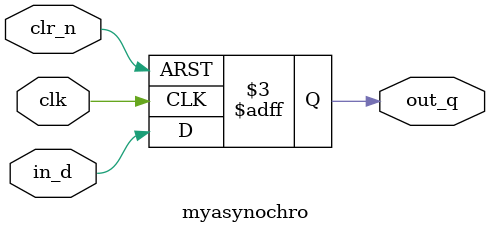
<source format=v>
module myasynochro(clk,clr_n,in_d,out_q);
	input clk,clr_n,in_d;
	output reg out_q;
	
	always @ (posedge clk or negedge clr_n)
		if(!clr_n) out_q <= 0;
		else out_q <= in_d;
endmodule
			
</source>
